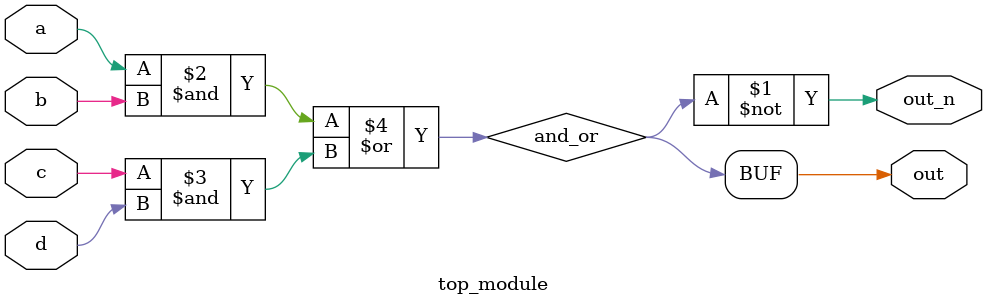
<source format=v>
`default_nettype none
module top_module(
    input a,
    input b,
    input c,
    input d,
    output out,
    output out_n   ); 

	wire and_or;
    assign out = and_or;
    assign out_n = ~and_or;
    assign and_or = (a&b)|(c&d);
    
endmodule
</source>
